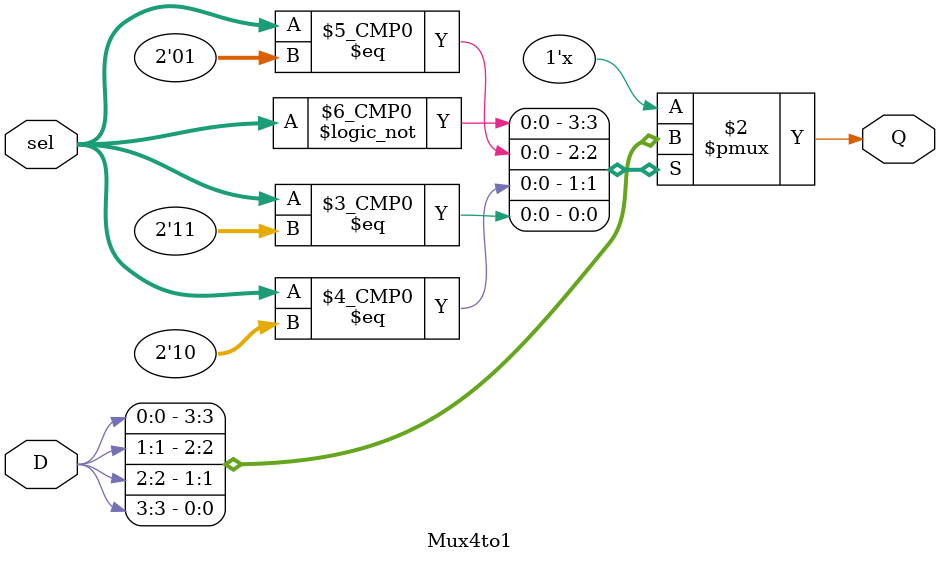
<source format=v>
`timescale 1ns / 1ps
module Mux4to1(D, sel, Q);

   input  [1:0] sel;          // Selection input
   input  [3:0]   D;          // 4-bit input
   output  reg    Q;          // an one-bit selected output

   always @ (D, sel) begin
   
      case(sel)               
         2'b00: Q = D[0];       
         2'b01: Q = D[1];
         2'b10: Q = D[2];
         2'b11: Q = D[3];
         default: Q = 1'b0;
      endcase
   
   end

endmodule

</source>
